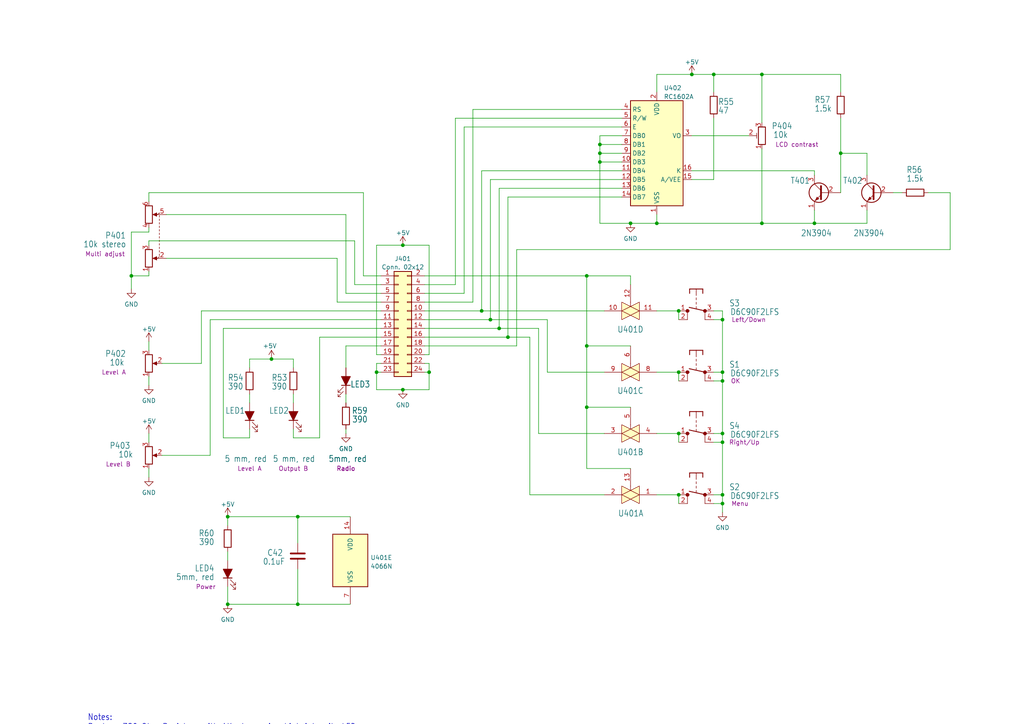
<source format=kicad_sch>
(kicad_sch (version 20211123) (generator eeschema)
  (paper "A4")
  (title_block (title "Display board") (date "2022-07-30"))
  (lib_symbols
    (symbol "4xxx:4066" (pin_names (offset 1.016))
      (property "Reference" "U" (at -7.62 8.89 0))
      (property "Value" "4066" (at -7.62 -8.89 0))
      (symbol "4066_1_0"
        (polyline (pts (xy 0 1.27) (xy 0 2.54)) (stroke (width 0.1524)))
        (polyline (pts (xy -2.54 0) (xy 2.54 2.54) (xy 2.54 -2.54) (xy -2.54 0)) (fill (type background)))
        (polyline (pts (xy -2.54 2.54) (xy 2.54 0) (xy -2.54 -2.54) (xy -2.54 2.54)) (fill (type background)))
        (pin passive line (at -7.62 0 0) (length 5.08) (name "~") (number "1"))
        (pin input line (at 0 7.62 270) (length 5.08) (name "~") (number "13"))
        (pin passive line (at 7.62 0 180) (length 5.08) (name "~") (number "2"))
      )
      (symbol "4066_2_0"
        (polyline (pts (xy 0 1.27) (xy 0 2.54)) (stroke (width 0.1524)))
        (polyline (pts (xy -2.54 0) (xy 2.54 2.54) (xy 2.54 -2.54) (xy -2.54 0)) (fill (type background)))
        (polyline (pts (xy -2.54 2.54) (xy 2.54 0) (xy -2.54 -2.54) (xy -2.54 2.54)) (fill (type background)))
        (pin passive line (at 7.62 0 180) (length 5.08) (name "~") (number "3"))
        (pin passive line (at -7.62 0 0) (length 5.08) (name "~") (number "4"))
        (pin input line (at 0 7.62 270) (length 5.08) (name "~") (number "5"))
      )
      (symbol "4066_3_0"
        (polyline (pts (xy 0 1.27) (xy 0 2.54)) (stroke (width 0.1524)))
        (polyline (pts (xy -2.54 0) (xy 2.54 2.54) (xy 2.54 -2.54) (xy -2.54 0)) (fill (type background)))
        (polyline (pts (xy -2.54 2.54) (xy 2.54 0) (xy -2.54 -2.54) (xy -2.54 2.54)) (fill (type background)))
        (pin input line (at 0 7.62 270) (length 5.08) (name "~") (number "6"))
        (pin passive line (at -7.62 0 0) (length 5.08) (name "~") (number "8"))
        (pin passive line (at 7.62 0 180) (length 5.08) (name "~") (number "9"))
      )
      (symbol "4066_4_0"
        (polyline (pts (xy 0 1.27) (xy 0 2.54)) (stroke (width 0.1524)))
        (polyline (pts (xy -2.54 0) (xy 2.54 2.54) (xy 2.54 -2.54) (xy -2.54 0)) (fill (type background)))
        (polyline (pts (xy -2.54 2.54) (xy 2.54 0) (xy -2.54 -2.54) (xy -2.54 2.54)) (fill (type background)))
        (pin passive line (at 7.62 0 180) (length 5.08) (name "~") (number "10"))
        (pin passive line (at -7.62 0 0) (length 5.08) (name "~") (number "11"))
        (pin input line (at 0 7.62 270) (length 5.08) (name "~") (number "12"))
      )
      (symbol "4066_5_0"
        (pin power_in line (at 0 12.7 270) (length 5.08) (name "VDD") (number "14"))
        (pin power_in line (at 0 -12.7 90) (length 5.08) (name "VSS") (number "7"))
      )
      (symbol "4066_5_1"
        (rectangle (start -5.08 7.62) (end 5.08 -7.62) (stroke (width 0.254)) (fill (type background)))
      )
    )
    (symbol "Connector_Generic:Conn_02x12_Odd_Even" (pin_names (offset 1.016) hide)
      (property "Reference" "J" (at 1.27 15.24 0))
      (property "Value" "Conn_02x12_Odd_Even" (at 1.27 -17.78 0))
      (symbol "Conn_02x12_Odd_Even_1_1"
        (rectangle (start -1.27 -15.113) (end 0 -15.367) (stroke (width 0.1524)))
        (rectangle (start -1.27 -12.573) (end 0 -12.827) (stroke (width 0.1524)))
        (rectangle (start -1.27 -10.033) (end 0 -10.287) (stroke (width 0.1524)))
        (rectangle (start -1.27 -7.493) (end 0 -7.747) (stroke (width 0.1524)))
        (rectangle (start -1.27 -4.953) (end 0 -5.207) (stroke (width 0.1524)))
        (rectangle (start -1.27 -2.413) (end 0 -2.667) (stroke (width 0.1524)))
        (rectangle (start -1.27 0.127) (end 0 -0.127) (stroke (width 0.1524)))
        (rectangle (start -1.27 2.667) (end 0 2.413) (stroke (width 0.1524)))
        (rectangle (start -1.27 5.207) (end 0 4.953) (stroke (width 0.1524)))
        (rectangle (start -1.27 7.747) (end 0 7.493) (stroke (width 0.1524)))
        (rectangle (start -1.27 10.287) (end 0 10.033) (stroke (width 0.1524)))
        (rectangle (start -1.27 12.827) (end 0 12.573) (stroke (width 0.1524)))
        (rectangle (start -1.27 13.97) (end 3.81 -16.51) (stroke (width 0.254)) (fill (type background)))
        (rectangle (start 3.81 -15.113) (end 2.54 -15.367) (stroke (width 0.1524)))
        (rectangle (start 3.81 -12.573) (end 2.54 -12.827) (stroke (width 0.1524)))
        (rectangle (start 3.81 -10.033) (end 2.54 -10.287) (stroke (width 0.1524)))
        (rectangle (start 3.81 -7.493) (end 2.54 -7.747) (stroke (width 0.1524)))
        (rectangle (start 3.81 -4.953) (end 2.54 -5.207) (stroke (width 0.1524)))
        (rectangle (start 3.81 -2.413) (end 2.54 -2.667) (stroke (width 0.1524)))
        (rectangle (start 3.81 0.127) (end 2.54 -0.127) (stroke (width 0.1524)))
        (rectangle (start 3.81 2.667) (end 2.54 2.413) (stroke (width 0.1524)))
        (rectangle (start 3.81 5.207) (end 2.54 4.953) (stroke (width 0.1524)))
        (rectangle (start 3.81 7.747) (end 2.54 7.493) (stroke (width 0.1524)))
        (rectangle (start 3.81 10.287) (end 2.54 10.033) (stroke (width 0.1524)))
        (rectangle (start 3.81 12.827) (end 2.54 12.573) (stroke (width 0.1524)))
        (pin passive line (at -5.08 12.7 0) (length 3.81) (name "Pin_1") (number "1"))
        (pin passive line (at 7.62 2.54 180) (length 3.81) (name "Pin_10") (number "10"))
        (pin passive line (at -5.08 0 0) (length 3.81) (name "Pin_11") (number "11"))
        (pin passive line (at 7.62 0 180) (length 3.81) (name "Pin_12") (number "12"))
        (pin passive line (at -5.08 -2.54 0) (length 3.81) (name "Pin_13") (number "13"))
        (pin passive line (at 7.62 -2.54 180) (length 3.81) (name "Pin_14") (number "14"))
        (pin passive line (at -5.08 -5.08 0) (length 3.81) (name "Pin_15") (number "15"))
        (pin passive line (at 7.62 -5.08 180) (length 3.81) (name "Pin_16") (number "16"))
        (pin passive line (at -5.08 -7.62 0) (length 3.81) (name "Pin_17") (number "17"))
        (pin passive line (at 7.62 -7.62 180) (length 3.81) (name "Pin_18") (number "18"))
        (pin passive line (at -5.08 -10.16 0) (length 3.81) (name "Pin_19") (number "19"))
        (pin passive line (at 7.62 12.7 180) (length 3.81) (name "Pin_2") (number "2"))
        (pin passive line (at 7.62 -10.16 180) (length 3.81) (name "Pin_20") (number "20"))
        (pin passive line (at -5.08 -12.7 0) (length 3.81) (name "Pin_21") (number "21"))
        (pin passive line (at 7.62 -12.7 180) (length 3.81) (name "Pin_22") (number "22"))
        (pin passive line (at -5.08 -15.24 0) (length 3.81) (name "Pin_23") (number "23"))
        (pin passive line (at 7.62 -15.24 180) (length 3.81) (name "Pin_24") (number "24"))
        (pin passive line (at -5.08 10.16 0) (length 3.81) (name "Pin_3") (number "3"))
        (pin passive line (at 7.62 10.16 180) (length 3.81) (name "Pin_4") (number "4"))
        (pin passive line (at -5.08 7.62 0) (length 3.81) (name "Pin_5") (number "5"))
        (pin passive line (at 7.62 7.62 180) (length 3.81) (name "Pin_6") (number "6"))
        (pin passive line (at -5.08 5.08 0) (length 3.81) (name "Pin_7") (number "7"))
        (pin passive line (at 7.62 5.08 180) (length 3.81) (name "Pin_8") (number "8"))
        (pin passive line (at -5.08 2.54 0) (length 3.81) (name "Pin_9") (number "9"))
      )
    )
    (symbol "Device:C" (pin_numbers hide) (pin_names (offset 0.254))
      (property "Reference" "C" (at 0.635 2.54 0))
      (property "Value" "C" (at 0.635 -2.54 0))
      (symbol "C_0_1"
        (polyline (pts (xy -2.032 -0.762) (xy 2.032 -0.762)) (stroke (width 0.508)))
        (polyline (pts (xy -2.032 0.762) (xy 2.032 0.762)) (stroke (width 0.508)))
      )
      (symbol "C_1_1"
        (pin passive line (at 0 3.81 270) (length 2.794) (name "~") (number "1"))
        (pin passive line (at 0 -3.81 90) (length 2.794) (name "~") (number "2"))
      )
    )
    (symbol "Device:LED_Filled" (pin_numbers hide) (pin_names (offset 1.016) hide)
      (property "Reference" "D" (at 0 2.54 0))
      (property "Value" "LED_Filled" (at 0 -2.54 0))
      (symbol "LED_Filled_0_1"
        (polyline (pts (xy -1.27 -1.27) (xy -1.27 1.27)) (stroke (width 0.254)))
        (polyline (pts (xy -1.27 0) (xy 1.27 0)))
        (polyline (pts (xy 1.27 -1.27) (xy 1.27 1.27) (xy -1.27 0) (xy 1.27 -1.27)) (stroke (width 0.254)) (fill (type outline)))
        (polyline (pts (xy -3.048 -0.762) (xy -4.572 -2.286) (xy -3.81 -2.286) (xy -4.572 -2.286) (xy -4.572 -1.524)))
        (polyline (pts (xy -1.778 -0.762) (xy -3.302 -2.286) (xy -2.54 -2.286) (xy -3.302 -2.286) (xy -3.302 -1.524)))
      )
      (symbol "LED_Filled_1_1"
        (pin passive line (at -3.81 0 0) (length 2.54) (name "K") (number "1"))
        (pin passive line (at 3.81 0 180) (length 2.54) (name "A") (number "2"))
      )
    )
    (symbol "Device:R" (pin_numbers hide) (pin_names (offset 0))
      (property "Reference" "R" (at 2.032 0 90))
      (property "Value" "R" (at 0 0 90))
      (symbol "R_0_1"
        (rectangle (start -1.016 -2.54) (end 1.016 2.54) (stroke (width 0.254)))
      )
      (symbol "R_1_1"
        (pin passive line (at 0 3.81 270) (length 1.27) (name "~") (number "1"))
        (pin passive line (at 0 -3.81 90) (length 1.27) (name "~") (number "2"))
      )
    )
    (symbol "Device:R_Potentiometer" (pin_names (offset 1.016) hide)
      (property "Reference" "RV" (at -4.445 0 90))
      (property "Value" "R_Potentiometer" (at -2.54 0 90))
      (symbol "R_Potentiometer_0_1"
        (polyline (pts (xy 2.54 0) (xy 1.524 0)))
        (polyline (pts (xy 1.143 0) (xy 2.286 0.508) (xy 2.286 -0.508) (xy 1.143 0)) (fill (type outline)))
        (rectangle (start 1.016 2.54) (end -1.016 -2.54) (stroke (width 0.254)))
      )
      (symbol "R_Potentiometer_1_1"
        (pin passive line (at 0 3.81 270) (length 1.27) (name "1") (number "1"))
        (pin passive line (at 3.81 0 180) (length 1.27) (name "2") (number "2"))
        (pin passive line (at 0 -3.81 90) (length 1.27) (name "3") (number "3"))
      )
    )
    (symbol "Device:R_Potentiometer_Dual" (pin_names (offset 1.016) hide)
      (property "Reference" "RV" (at 0 3.81 0))
      (property "Value" "R_Potentiometer_Dual" (at 0 1.905 0))
      (symbol "R_Potentiometer_Dual_0_1"
        (rectangle (start -8.89 -1.524) (end -3.81 -3.556) (stroke (width 0.254)))
        (polyline (pts (xy -6.35 0) (xy -6.35 -1.016)))
        (polyline (pts (xy -6.35 0) (xy -6.35 -1.016)))
        (polyline (pts (xy -6.35 0) (xy -5.842 0.508)))
        (polyline (pts (xy -5.588 0.508) (xy -5.08 0.508)))
        (polyline (pts (xy -4.572 0.508) (xy -4.064 0.508)))
        (polyline (pts (xy -3.556 0.508) (xy -3.048 0.508)))
        (polyline (pts (xy -2.54 0.508) (xy -2.032 0.508)))
        (polyline (pts (xy -1.524 0.508) (xy -1.016 0.508)))
        (polyline (pts (xy -0.508 0.508) (xy 0 0.508)))
        (polyline (pts (xy 0.508 0.508) (xy 1.016 0.508)))
        (polyline (pts (xy 1.524 0.508) (xy 2.032 0.508)))
        (polyline (pts (xy 2.54 0.508) (xy 3.048 0.508)))
        (polyline (pts (xy 3.556 0.508) (xy 4.064 0.508)))
        (polyline (pts (xy 4.572 0.508) (xy 5.08 0.508)))
        (polyline (pts (xy 5.588 0.508) (xy 6.096 0.508)))
        (polyline (pts (xy 6.35 0) (xy 6.35 -1.016)))
        (polyline (pts (xy 6.35 0) (xy 6.35 -1.016)))
        (polyline (pts (xy 6.604 0.508) (xy 6.858 0.508) (xy 6.35 0)))
        (polyline (pts (xy -6.35 -1.397) (xy -6.858 -0.254) (xy -5.842 -0.254) (xy -6.35 -1.397)) (fill (type outline)))
        (polyline (pts (xy 6.35 -1.397) (xy 5.842 -0.254) (xy 6.858 -0.254) (xy 6.35 -1.397)) (fill (type outline)))
        (rectangle (start 3.81 -1.524) (end 8.89 -3.556) (stroke (width 0.254)))
      )
      (symbol "R_Potentiometer_Dual_1_1"
        (pin passive line (at -10.16 -2.54 0) (length 1.27) (name "1") (number "1"))
        (pin passive line (at -6.35 2.54 270) (length 2.54) (name "2") (number "2"))
        (pin passive line (at -2.54 -2.54 180) (length 1.27) (name "3") (number "3"))
        (pin passive line (at 2.54 -2.54 0) (length 1.27) (name "4") (number "4"))
        (pin passive line (at 6.35 2.54 270) (length 2.54) (name "5") (number "5"))
        (pin passive line (at 10.16 -2.54 180) (length 1.27) (name "6") (number "6"))
      )
    )
    (symbol "Device:R_Potentiometer_Trim" (pin_names (offset 1.016) hide)
      (property "Reference" "RV" (at -4.445 0 90))
      (property "Value" "R_Potentiometer_Trim" (at -2.54 0 90))
      (symbol "R_Potentiometer_Trim_0_1"
        (polyline (pts (xy 1.524 0.762) (xy 1.524 -0.762)))
        (polyline (pts (xy 2.54 0) (xy 1.524 0)))
        (rectangle (start 1.016 2.54) (end -1.016 -2.54) (stroke (width 0.254)))
      )
      (symbol "R_Potentiometer_Trim_1_1"
        (pin passive line (at 0 3.81 270) (length 1.27) (name "1") (number "1"))
        (pin passive line (at 3.81 0 180) (length 1.27) (name "2") (number "2"))
        (pin passive line (at 0 -3.81 90) (length 1.27) (name "3") (number "3"))
      )
    )
    (symbol "Display_Character:RC1602A"
      (property "Reference" "U" (at -6.35 16.51 0))
      (property "Value" "RC1602A" (at 2.794 16.51 0))
      (symbol "RC1602A_0_1"
        (rectangle (start -7.62 15.24) (end 7.62 -15.24) (stroke (width 0.254)) (fill (type background)))
      )
      (symbol "RC1602A_1_1"
        (pin power_in line (at 0 -17.78 90) (length 2.54) (name "VSS") (number "1"))
        (pin bidirectional line (at -10.16 -2.54 0) (length 2.54) (name "DB3") (number "10"))
        (pin bidirectional line (at -10.16 -5.08 0) (length 2.54) (name "DB4") (number "11"))
        (pin bidirectional line (at -10.16 -7.62 0) (length 2.54) (name "DB5") (number "12"))
        (pin bidirectional line (at -10.16 -10.16 0) (length 2.54) (name "DB6") (number "13"))
        (pin bidirectional line (at -10.16 -12.7 0) (length 2.54) (name "DB7") (number "14"))
        (pin power_in line (at 10.16 -7.62 180) (length 2.54) (name "A/VEE") (number "15"))
        (pin power_in line (at 10.16 -5.08 180) (length 2.54) (name "K") (number "16"))
        (pin power_in line (at 0 17.78 270) (length 2.54) (name "VDD") (number "2"))
        (pin power_in line (at 10.16 5.08 180) (length 2.54) (name "VO") (number "3"))
        (pin input line (at -10.16 12.7 0) (length 2.54) (name "RS") (number "4"))
        (pin input line (at -10.16 10.16 0) (length 2.54) (name "R/W") (number "5"))
        (pin input line (at -10.16 7.62 0) (length 2.54) (name "E") (number "6"))
        (pin bidirectional line (at -10.16 5.08 0) (length 2.54) (name "DB0") (number "7"))
        (pin bidirectional line (at -10.16 2.54 0) (length 2.54) (name "DB1") (number "8"))
        (pin bidirectional line (at -10.16 0 0) (length 2.54) (name "DB2") (number "9"))
      )
    )
    (symbol "Transistor_BJT:2N3904" (pin_names (offset 0) hide)
      (property "Reference" "Q" (at 5.08 1.905 0))
      (property "Value" "2N3904" (at 5.08 0 0))
      (symbol "2N3904_0_1"
        (polyline (pts (xy 0.635 0.635) (xy 2.54 2.54)))
        (polyline (pts (xy 0.635 -0.635) (xy 2.54 -2.54) (xy 2.54 -2.54)))
        (polyline (pts (xy 0.635 1.905) (xy 0.635 -1.905) (xy 0.635 -1.905)) (stroke (width 0.508)))
        (polyline (pts (xy 1.27 -1.778) (xy 1.778 -1.27) (xy 2.286 -2.286) (xy 1.27 -1.778) (xy 1.27 -1.778)) (fill (type outline)))
        (circle (center 1.27 0) (radius 2.8194) (stroke (width 0.254)))
      )
      (symbol "2N3904_1_1"
        (pin passive line (at 2.54 -5.08 90) (length 2.54) (name "E") (number "1"))
        (pin passive line (at -5.08 0 0) (length 5.715) (name "B") (number "2"))
        (pin passive line (at 2.54 5.08 270) (length 2.54) (name "C") (number "3"))
      )
    )
    (symbol "mk312-eagle-import:DTE6K"
      (property "Reference" "S" (at -6.985 -1.905 90))
      (property "Value" "DTE6K" (at -4.445 2.54 90))
      (symbol "DTE6K_1_0"
        (circle (center 0 -2.54) (radius 0.127) (stroke (width 0.4064)))
        (polyline (pts (xy -6.35 -1.905) (xy -5.08 -1.905)) (stroke (width 0.254)))
        (polyline (pts (xy -6.35 0) (xy -6.35 -1.905)) (stroke (width 0.254)))
        (polyline (pts (xy -6.35 0) (xy -4.445 0)) (stroke (width 0.1524)))
        (polyline (pts (xy -6.35 1.905) (xy -6.35 0)) (stroke (width 0.254)))
        (polyline (pts (xy -6.35 1.905) (xy -5.08 1.905)) (stroke (width 0.254)))
        (polyline (pts (xy -3.81 0) (xy -3.175 0)) (stroke (width 0.1524)))
        (polyline (pts (xy -2.54 0) (xy -1.905 0)) (stroke (width 0.1524)))
        (polyline (pts (xy -1.27 0) (xy -0.635 0)) (stroke (width 0.1524)))
        (polyline (pts (xy 0 -2.54) (xy -1.016 2.032)) (stroke (width 0.254)))
        (polyline (pts (xy 0 2.032) (xy 0 2.54)) (stroke (width 0.254)))
        (polyline (pts (xy 2.54 -2.54) (xy 0 -2.54)) (stroke (width 0.1524)))
        (polyline (pts (xy 2.54 2.54) (xy 0 2.54)) (stroke (width 0.1524)))
        (circle (center 0 2.54) (radius 0.127) (stroke (width 0.4064)))
        (pin passive line (at 0 5.08 270) (length 2.54) (name "S") (number "1"))
        (pin passive line (at 2.54 5.08 270) (length 2.54) (name "S@1") (number "2"))
        (pin passive line (at 0 -5.08 90) (length 2.54) (name "P") (number "3"))
        (pin passive line (at 2.54 -5.08 90) (length 2.54) (name "P@1") (number "4"))
      )
    )
    (symbol "power:+5V" (power) (pin_names (offset 0))
      (property "Value" "+5V" (at 0 3.556 0))
      (symbol "+5V_0_1"
        (polyline (pts (xy -0.762 1.27) (xy 0 2.54)))
        (polyline (pts (xy 0 0) (xy 0 2.54)))
        (polyline (pts (xy 0 2.54) (xy 0.762 1.27)))
      )
      (symbol "+5V_1_1"
        (pin power_in line (at 0 0 90) (length 0) hide (name "+5V") (number "1"))
      )
    )
    (symbol "power:GND" (power) (pin_names (offset 0))
      (property "Value" "GND" (at 0 -3.81 0))
      (symbol "GND_0_1"
        (polyline (pts (xy 0 0) (xy 0 -1.27) (xy 1.27 -1.27) (xy 0 -2.54) (xy -1.27 -1.27) (xy 0 -1.27)))
      )
      (symbol "GND_1_1"
        (pin power_in line (at 0 0 270) (length 0) hide (name "GND") (number "1"))
      )
    )
  )
  (junction (at 196.85 143.51))
  (junction (at 86.36 175.26))
  (junction (at 196.85 107.95))
  (junction (at 173.99 44.45))
  (junction (at 116.84 113.03))
  (junction (at 139.7 90.17))
  (junction (at 116.84 71.12))
  (junction (at 170.18 100.33))
  (junction (at 220.98 64.77))
  (junction (at 78.74 104.14))
  (junction (at 236.22 64.77))
  (junction (at 209.55 125.73))
  (junction (at 220.98 21.59))
  (junction (at 86.36 149.86))
  (junction (at 200.66 21.59))
  (junction (at 209.55 107.95))
  (junction (at 243.84 44.45))
  (junction (at 209.55 110.49))
  (junction (at 170.18 80.01))
  (junction (at 38.1 80.01))
  (junction (at 209.55 92.71))
  (junction (at 209.55 146.05))
  (junction (at 173.99 46.99))
  (junction (at 170.18 118.11))
  (junction (at 173.99 41.91))
  (junction (at 196.85 90.17))
  (junction (at 142.24 92.71))
  (junction (at 124.46 107.95))
  (junction (at 196.85 125.73))
  (junction (at 66.04 175.26))
  (junction (at 207.01 21.59))
  (junction (at 144.78 95.25))
  (junction (at 190.5 64.77))
  (junction (at 209.55 128.27))
  (junction (at 66.04 149.86))
  (junction (at 182.88 64.77))
  (junction (at 209.55 143.51))
  (junction (at 109.22 107.95))
  (junction (at 147.32 97.79))
  (wire (pts (xy 102.87 82.55) (xy 110.49 82.55)))
  (wire (pts (xy 110.49 80.01) (xy 105.41 80.01)))
  (wire (pts (xy 144.78 95.25) (xy 156.21 95.25)))
  (wire (pts (xy 64.77 95.25) (xy 110.49 95.25)))
  (wire (pts (xy 86.36 149.86) (xy 86.36 157.48)))
  (wire (pts (xy 48.26 74.93) (xy 97.79 74.93)))
  (wire (pts (xy 220.98 43.18) (xy 220.98 64.77)))
  (wire (pts (xy 100.33 106.68) (xy 100.33 100.33)))
  (wire (pts (xy 147.32 57.15) (xy 180.34 57.15)))
  (wire (pts (xy 243.84 44.45) (xy 243.84 55.88)))
  (wire (pts (xy 209.55 143.51) (xy 209.55 146.05)))
  (wire (pts (xy 110.49 92.71) (xy 60.96 92.71)))
  (wire (pts (xy 182.88 80.01) (xy 182.88 82.55)))
  (wire (pts (xy 110.49 87.63) (xy 97.79 87.63)))
  (wire (pts (xy 207.01 125.73) (xy 209.55 125.73)))
  (wire (pts (xy 190.5 21.59) (xy 190.5 26.67)))
  (wire (pts (xy 72.39 114.3) (xy 72.39 116.84)))
  (wire (pts (xy 38.1 67.31) (xy 38.1 80.01)))
  (wire (pts (xy 190.5 64.77) (xy 182.88 64.77)))
  (wire (pts (xy 132.08 34.29) (xy 132.08 82.55)))
  (wire (pts (xy 209.55 110.49) (xy 209.55 125.73)))
  (wire (pts (xy 207.01 146.05) (xy 209.55 146.05)))
  (wire (pts (xy 147.32 97.79) (xy 153.67 97.79)))
  (wire (pts (xy 173.99 39.37) (xy 173.99 41.91)))
  (wire (pts (xy 105.41 80.01) (xy 105.41 55.88)))
  (wire (pts (xy 259.08 55.88) (xy 261.62 55.88)))
  (wire (pts (xy 132.08 34.29) (xy 180.34 34.29)))
  (wire (pts (xy 207.01 92.71) (xy 209.55 92.71)))
  (wire (pts (xy 66.04 160.02) (xy 66.04 162.56)))
  (wire (pts (xy 156.21 95.25) (xy 156.21 125.73)))
  (wire (pts (xy 236.22 49.53) (xy 236.22 50.8)))
  (wire (pts (xy 85.09 114.3) (xy 85.09 116.84)))
  (wire (pts (xy 72.39 104.14) (xy 78.74 104.14)))
  (wire (pts (xy 109.22 107.95) (xy 110.49 107.95)))
  (wire (pts (xy 123.19 80.01) (xy 170.18 80.01)))
  (wire (pts (xy 147.32 97.79) (xy 147.32 57.15)))
  (wire (pts (xy 109.22 102.87) (xy 110.49 102.87)))
  (wire (pts (xy 124.46 105.41) (xy 123.19 105.41)))
  (wire (pts (xy 142.24 52.07) (xy 180.34 52.07)))
  (wire (pts (xy 149.86 72.39) (xy 275.59 72.39)))
  (wire (pts (xy 86.36 165.1) (xy 86.36 175.26)))
  (wire (pts (xy 190.5 107.95) (xy 196.85 107.95)))
  (wire (pts (xy 60.96 132.08) (xy 46.99 132.08)))
  (wire (pts (xy 123.19 92.71) (xy 142.24 92.71)))
  (wire (pts (xy 209.55 125.73) (xy 209.55 128.27)))
  (wire (pts (xy 170.18 100.33) (xy 170.18 118.11)))
  (wire (pts (xy 207.01 90.17) (xy 209.55 90.17)))
  (wire (pts (xy 173.99 46.99) (xy 173.99 64.77)))
  (wire (pts (xy 100.33 124.46) (xy 100.33 125.73)))
  (wire (pts (xy 43.18 109.22) (xy 43.18 111.76)))
  (wire (pts (xy 134.62 85.09) (xy 134.62 36.83)))
  (wire (pts (xy 207.01 21.59) (xy 220.98 21.59)))
  (wire (pts (xy 190.5 21.59) (xy 200.66 21.59)))
  (wire (pts (xy 86.36 175.26) (xy 101.6 175.26)))
  (wire (pts (xy 72.39 106.68) (xy 72.39 104.14)))
  (wire (pts (xy 43.18 55.88) (xy 43.18 58.42)))
  (wire (pts (xy 43.18 78.74) (xy 43.18 80.01)))
  (wire (pts (xy 175.26 143.51) (xy 153.67 143.51)))
  (wire (pts (xy 48.26 62.23) (xy 100.33 62.23)))
  (wire (pts (xy 207.01 107.95) (xy 209.55 107.95)))
  (wire (pts (xy 209.55 128.27) (xy 209.55 143.51)))
  (wire (pts (xy 72.39 127) (xy 72.39 124.46)))
  (wire (pts (xy 66.04 149.86) (xy 66.04 152.4)))
  (wire (pts (xy 190.5 90.17) (xy 196.85 90.17)))
  (wire (pts (xy 207.01 52.07) (xy 207.01 34.29)))
  (wire (pts (xy 207.01 110.49) (xy 209.55 110.49)))
  (wire (pts (xy 43.18 125.73) (xy 43.18 128.27)))
  (wire (pts (xy 123.19 102.87) (xy 124.46 102.87)))
  (wire (pts (xy 190.5 143.51) (xy 196.85 143.51)))
  (wire (pts (xy 137.16 31.75) (xy 180.34 31.75)))
  (wire (pts (xy 123.19 95.25) (xy 144.78 95.25)))
  (wire (pts (xy 170.18 135.89) (xy 182.88 135.89)))
  (wire (pts (xy 220.98 64.77) (xy 190.5 64.77)))
  (wire (pts (xy 149.86 100.33) (xy 149.86 72.39)))
  (wire (pts (xy 153.67 97.79) (xy 153.67 143.51)))
  (wire (pts (xy 85.09 124.46) (xy 85.09 127)))
  (wire (pts (xy 173.99 41.91) (xy 180.34 41.91)))
  (wire (pts (xy 207.01 128.27) (xy 209.55 128.27)))
  (wire (pts (xy 85.09 104.14) (xy 85.09 106.68)))
  (wire (pts (xy 92.71 97.79) (xy 110.49 97.79)))
  (wire (pts (xy 173.99 44.45) (xy 173.99 46.99)))
  (wire (pts (xy 196.85 90.17) (xy 196.85 92.71)))
  (wire (pts (xy 180.34 39.37) (xy 173.99 39.37)))
  (wire (pts (xy 196.85 143.51) (xy 196.85 146.05)))
  (wire (pts (xy 102.87 69.85) (xy 102.87 82.55)))
  (wire (pts (xy 43.18 69.85) (xy 102.87 69.85)))
  (wire (pts (xy 220.98 21.59) (xy 220.98 35.56)))
  (wire (pts (xy 207.01 143.51) (xy 209.55 143.51)))
  (wire (pts (xy 38.1 80.01) (xy 38.1 83.82)))
  (wire (pts (xy 64.77 127) (xy 72.39 127)))
  (wire (pts (xy 236.22 64.77) (xy 251.46 64.77)))
  (wire (pts (xy 116.84 71.12) (xy 109.22 71.12)))
  (wire (pts (xy 182.88 64.77) (xy 173.99 64.77)))
  (wire (pts (xy 92.71 127) (xy 85.09 127)))
  (wire (pts (xy 123.19 97.79) (xy 147.32 97.79)))
  (wire (pts (xy 100.33 100.33) (xy 110.49 100.33)))
  (wire (pts (xy 196.85 107.95) (xy 196.85 110.49)))
  (wire (pts (xy 139.7 90.17) (xy 139.7 49.53)))
  (wire (pts (xy 209.55 92.71) (xy 209.55 107.95)))
  (wire (pts (xy 43.18 71.12) (xy 43.18 69.85)))
  (wire (pts (xy 46.99 105.41) (xy 58.42 105.41)))
  (wire (pts (xy 175.26 107.95) (xy 158.75 107.95)))
  (wire (pts (xy 190.5 62.23) (xy 190.5 64.77)))
  (wire (pts (xy 209.55 146.05) (xy 209.55 148.59)))
  (wire (pts (xy 251.46 44.45) (xy 251.46 50.8)))
  (wire (pts (xy 220.98 21.59) (xy 243.84 21.59)))
  (wire (pts (xy 173.99 46.99) (xy 180.34 46.99)))
  (wire (pts (xy 66.04 175.26) (xy 86.36 175.26)))
  (wire (pts (xy 269.24 55.88) (xy 275.59 55.88)))
  (wire (pts (xy 124.46 102.87) (xy 124.46 71.12)))
  (wire (pts (xy 97.79 87.63) (xy 97.79 74.93)))
  (wire (pts (xy 86.36 149.86) (xy 101.6 149.86)))
  (wire (pts (xy 109.22 107.95) (xy 109.22 113.03)))
  (wire (pts (xy 123.19 85.09) (xy 134.62 85.09)))
  (wire (pts (xy 200.66 39.37) (xy 217.17 39.37)))
  (wire (pts (xy 110.49 90.17) (xy 58.42 90.17)))
  (wire (pts (xy 124.46 71.12) (xy 116.84 71.12)))
  (wire (pts (xy 100.33 85.09) (xy 100.33 62.23)))
  (wire (pts (xy 207.01 26.67) (xy 207.01 21.59)))
  (wire (pts (xy 173.99 44.45) (xy 180.34 44.45)))
  (wire (pts (xy 38.1 67.31) (xy 43.18 67.31)))
  (wire (pts (xy 200.66 21.59) (xy 207.01 21.59)))
  (wire (pts (xy 275.59 72.39) (xy 275.59 55.88)))
  (wire (pts (xy 109.22 71.12) (xy 109.22 102.87)))
  (wire (pts (xy 200.66 52.07) (xy 207.01 52.07)))
  (wire (pts (xy 175.26 125.73) (xy 156.21 125.73)))
  (wire (pts (xy 137.16 87.63) (xy 137.16 31.75)))
  (wire (pts (xy 110.49 85.09) (xy 100.33 85.09)))
  (wire (pts (xy 116.84 113.03) (xy 124.46 113.03)))
  (wire (pts (xy 64.77 95.25) (xy 64.77 127)))
  (wire (pts (xy 200.66 49.53) (xy 236.22 49.53)))
  (wire (pts (xy 43.18 99.06) (xy 43.18 101.6)))
  (wire (pts (xy 139.7 49.53) (xy 180.34 49.53)))
  (wire (pts (xy 236.22 60.96) (xy 236.22 64.77)))
  (wire (pts (xy 110.49 105.41) (xy 109.22 105.41)))
  (wire (pts (xy 123.19 87.63) (xy 137.16 87.63)))
  (wire (pts (xy 43.18 67.31) (xy 43.18 66.04)))
  (wire (pts (xy 196.85 125.73) (xy 196.85 128.27)))
  (wire (pts (xy 139.7 90.17) (xy 175.26 90.17)))
  (wire (pts (xy 109.22 105.41) (xy 109.22 107.95)))
  (wire (pts (xy 123.19 100.33) (xy 149.86 100.33)))
  (wire (pts (xy 182.88 100.33) (xy 170.18 100.33)))
  (wire (pts (xy 170.18 118.11) (xy 182.88 118.11)))
  (wire (pts (xy 243.84 34.29) (xy 243.84 44.45)))
  (wire (pts (xy 124.46 107.95) (xy 124.46 105.41)))
  (wire (pts (xy 66.04 170.18) (xy 66.04 175.26)))
  (wire (pts (xy 173.99 41.91) (xy 173.99 44.45)))
  (wire (pts (xy 134.62 36.83) (xy 180.34 36.83)))
  (wire (pts (xy 109.22 113.03) (xy 116.84 113.03)))
  (wire (pts (xy 243.84 44.45) (xy 251.46 44.45)))
  (wire (pts (xy 60.96 92.71) (xy 60.96 132.08)))
  (wire (pts (xy 158.75 107.95) (xy 158.75 92.71)))
  (wire (pts (xy 124.46 113.03) (xy 124.46 107.95)))
  (wire (pts (xy 43.18 55.88) (xy 105.41 55.88)))
  (wire (pts (xy 142.24 92.71) (xy 158.75 92.71)))
  (wire (pts (xy 251.46 64.77) (xy 251.46 60.96)))
  (wire (pts (xy 190.5 125.73) (xy 196.85 125.73)))
  (wire (pts (xy 142.24 92.71) (xy 142.24 52.07)))
  (wire (pts (xy 209.55 107.95) (xy 209.55 110.49)))
  (wire (pts (xy 170.18 118.11) (xy 170.18 135.89)))
  (wire (pts (xy 92.71 97.79) (xy 92.71 127)))
  (wire (pts (xy 144.78 54.61) (xy 144.78 95.25)))
  (wire (pts (xy 43.18 135.89) (xy 43.18 138.43)))
  (wire (pts (xy 66.04 149.86) (xy 86.36 149.86)))
  (wire (pts (xy 209.55 90.17) (xy 209.55 92.71)))
  (wire (pts (xy 123.19 90.17) (xy 139.7 90.17)))
  (wire (pts (xy 243.84 26.67) (xy 243.84 21.59)))
  (wire (pts (xy 43.18 80.01) (xy 38.1 80.01)))
  (wire (pts (xy 123.19 82.55) (xy 132.08 82.55)))
  (wire (pts (xy 180.34 54.61) (xy 144.78 54.61)))
  (wire (pts (xy 58.42 90.17) (xy 58.42 105.41)))
  (wire (pts (xy 170.18 80.01) (xy 170.18 100.33)))
  (wire (pts (xy 170.18 80.01) (xy 182.88 80.01)))
  (wire (pts (xy 220.98 64.77) (xy 236.22 64.77)))
  (wire (pts (xy 100.33 114.3) (xy 100.33 116.84)))
  (wire (pts (xy 123.19 107.95) (xy 124.46 107.95)))
  (wire (pts (xy 78.74 104.14) (xy 85.09 104.14)))
  (text "Notes:\nReplace 390 Ohm Resistors with 1K when using high intensity LEDs\nAll potentiometers are 10K\nMulti-Adjust potentiometer is dual gang\nPopulate solder side components on display panel before component side\nFront panel mounting screws are M2.5 x 20mm" (at 25.4 223.52 0) (effects (font (size 1.778 1.5113)) (justify left bottom)))
  (symbol (lib_id "power:GND") (at 116.84 113.03 0) (mirror y) (unit 1)
    (property "Reference" "#PWR0104" (effects hide))
    (property "Value" "GND" (at 116.84 117.4734 0))
  )
  (symbol (lib_id "Device:LED_Filled") (at 85.09 120.65 90) (unit 1)
    (property "Reference" "LED2" (at 83.82 118.11 90) (effects (font (size 1.778 1.5113)) (justify left bottom)))
    (property "Value" "5 mm, red" (at 91.44 132.08 90) (effects (font (size 1.778 1.5113)) (justify left bottom)))
    (property "Footprint" "LED_THT:LED_D5.0mm" (effects hide))
    (property "Function" "Output B" (at 85.09 135.89 90))
  )
  (symbol (lib_id "mk312-eagle-import:DTE6K") (at 201.93 90.17 90) (mirror x) (unit 1)
    (property "Reference" "S3" (at 214.63 88.9 90) (effects (font (size 1.778 1.5113)) (justify left bottom)))
    (property "Value" "D6C90F2LFS" (at 226.06 91.44 90) (effects (font (size 1.778 1.5113)) (justify left bottom)))
    (property "Footprint" "mk312:DTE6K" (effects hide))
    (property "Function" "Left/Down" (at 217.17 92.71 90))
  )
  (symbol (lib_id "Device:LED_Filled") (at 100.33 110.49 270) (mirror x) (unit 1)
    (property "Reference" "LED3" (at 101.6 110.49 90) (effects (font (size 1.778 1.5113)) (justify left bottom)))
    (property "Value" "5mm, red" (at 95.25 132.08 90) (effects (font (size 1.778 1.5113)) (justify left bottom)))
    (property "Footprint" "LED_THT:LED_D5.0mm" (effects hide))
    (property "Function" "Radio" (at 100.33 135.89 90))
  )
  (symbol (lib_id "power:+5V") (at 66.04 149.86 0) (unit 1)
    (property "Reference" "#PWR0108" (effects hide))
    (property "Value" "+5V" (at 66.04 146.2842 0))
  )
  (symbol (lib_id "4xxx:4066") (at 182.88 125.73 0) (mirror y) (unit 2)
    (property "Reference" "U401" (at 186.69 132.08 0) (effects (font (size 1.778 1.5113)) (justify left bottom)))
    (property "Value" "4066N" (effects hide))
    (property "Footprint" "Package_DIP:DIP-14_W7.62mm" (effects hide))
    (property "Datasheet" "http://www.ti.com/lit/ds/symlink/cd4066b.pdf" (effects hide))
  )
  (symbol (lib_id "Device:R") (at 243.84 30.48 0) (mirror x) (unit 1)
    (property "Reference" "R57" (at 236.22 27.94 0) (effects (font (size 1.778 1.5113)) (justify left bottom)))
    (property "Value" "1.5k" (at 236.22 30.48 0) (effects (font (size 1.778 1.5113)) (justify left bottom)))
    (property "Footprint" "Resistor_THT:R_Axial_DIN0207_L6.3mm_D2.5mm_P10.16mm_Horizontal" (effects hide))
  )
  (symbol (lib_id "power:+5V") (at 200.66 21.59 0) (unit 1)
    (property "Reference" "#PWR0111" (effects hide))
    (property "Value" "+5V" (at 200.66 18.0142 0))
  )
  (symbol (lib_id "Device:R_Potentiometer") (at 43.18 105.41 0) (mirror x) (unit 1)
    (property "Reference" "P402" (at 30.48 101.6 0) (effects (font (size 1.778 1.5113)) (justify left bottom)))
    (property "Value" "10k" (at 31.75 104.14 0) (effects (font (size 1.778 1.5113)) (justify left bottom)))
    (property "Footprint" "Potentiometer_THT:Potentiometer_Alps_RK09L_Single_Vertical" (effects hide))
    (property "Function" "Level A" (at 33.02 107.95 0))
  )
  (symbol (lib_id "Device:R") (at 72.39 110.49 0) (unit 1)
    (property "Reference" "R54" (at 66.04 110.49 0) (effects (font (size 1.778 1.5113)) (justify left bottom)))
    (property "Value" "390" (at 66.04 113.03 0) (effects (font (size 1.778 1.5113)) (justify left bottom)))
    (property "Footprint" "Resistor_THT:R_Axial_DIN0207_L6.3mm_D2.5mm_P10.16mm_Horizontal" (effects hide))
  )
  (symbol (lib_id "power:GND") (at 100.33 125.73 0) (mirror y) (unit 1)
    (property "Reference" "#PWR0106" (effects hide))
    (property "Value" "GND" (at 100.33 130.1734 0))
  )
  (symbol (lib_id "power:GND") (at 66.04 175.26 0) (mirror y) (unit 1)
    (property "Reference" "#PWR0109" (effects hide))
    (property "Value" "GND" (at 66.04 179.7034 0))
  )
  (symbol (lib_id "power:+5V") (at 78.74 104.14 0) (unit 1)
    (property "Reference" "#PWR0107" (effects hide))
    (property "Value" "+5V" (at 76.2 100.33 0) (effects (justify left)))
  )
  (symbol (lib_id "Device:R_Potentiometer_Trim") (at 220.98 39.37 180) (unit 1)
    (property "Reference" "P404" (at 229.87 35.56 0) (effects (font (size 1.778 1.5113)) (justify left bottom)))
    (property "Value" "10k" (at 228.6 38.1 0) (effects (font (size 1.778 1.5113)) (justify left bottom)))
    (property "Footprint" "mk312:B25P" (effects hide))
    (property "Function" "LCD contrast" (at 231.14 41.91 0))
  )
  (symbol (lib_id "power:+5V") (at 43.18 125.73 0) (unit 1)
    (property "Reference" "#PWR0401" (effects hide))
    (property "Value" "+5V" (at 43.18 122.1542 0))
  )
  (symbol (lib_id "Device:LED_Filled") (at 66.04 166.37 90) (unit 1)
    (property "Reference" "LED4" (at 62.23 163.83 90) (effects (font (size 1.778 1.5113)) (justify left bottom)))
    (property "Value" "5mm, red" (at 62.23 166.37 90) (effects (font (size 1.778 1.5113)) (justify left bottom)))
    (property "Footprint" "LED_THT:LED_D5.0mm" (effects hide))
    (property "Function" "Power" (at 59.69 170.18 90))
  )
  (symbol (lib_id "power:GND") (at 182.88 64.77 0) (mirror y) (unit 1)
    (property "Reference" "#PWR0110" (effects hide))
    (property "Value" "GND" (at 182.88 69.2134 0))
  )
  (symbol (lib_id "power:GND") (at 43.18 138.43 0) (mirror y) (unit 1)
    (property "Reference" "#PWR0402" (effects hide))
    (property "Value" "GND" (at 43.18 142.8734 0))
  )
  (symbol (lib_id "4xxx:4066") (at 182.88 90.17 0) (mirror y) (unit 4)
    (property "Reference" "U401" (at 186.69 96.52 0) (effects (font (size 1.778 1.5113)) (justify left bottom)))
    (property "Value" "4066N" (effects hide))
    (property "Footprint" "Package_DIP:DIP-14_W7.62mm" (effects hide))
    (property "Datasheet" "http://www.ti.com/lit/ds/symlink/cd4066b.pdf" (effects hide))
  )
  (symbol (lib_id "Device:R") (at 207.01 30.48 0) (unit 1)
    (property "Reference" "R55" (at 208.28 30.48 0) (effects (font (size 1.778 1.5113)) (justify left bottom)))
    (property "Value" "47" (at 208.28 33.02 0) (effects (font (size 1.778 1.5113)) (justify left bottom)))
    (property "Footprint" "Resistor_THT:R_Axial_DIN0207_L6.3mm_D2.5mm_P10.16mm_Horizontal" (effects hide))
  )
  (symbol (lib_id "Device:R_Potentiometer_Dual") (at 45.72 68.58 270) (mirror x) (unit 1)
    (property "Reference" "P401" (at 30.48 67.31 90) (effects (font (size 1.778 1.5113)) (justify left bottom)))
    (property "Value" "10k stereo" (at 24.13 69.85 90) (effects (font (size 1.778 1.5113)) (justify left bottom)))
    (property "Footprint" "Potentiometer_THT:Potentiometer_Alps_RK09L_Double_Vertical" (effects hide))
    (property "Comment" "ALPS 9mm snap in" (effects hide))
    (property "Function" "Multi adjust" (at 30.48 73.66 90))
  )
  (symbol (lib_id "mk312-eagle-import:DTE6K") (at 201.93 143.51 90) (mirror x) (unit 1)
    (property "Reference" "S2" (at 214.63 142.24 90) (effects (font (size 1.778 1.5113)) (justify left bottom)))
    (property "Value" "D6C90F2LFS" (at 226.06 144.78 90) (effects (font (size 1.778 1.5113)) (justify left bottom)))
    (property "Footprint" "mk312:DTE6K" (effects hide))
    (property "Function" "Menu" (at 214.63 146.05 90))
  )
  (symbol (lib_id "4xxx:4066") (at 182.88 143.51 0) (mirror y) (unit 1)
    (property "Reference" "U401" (at 186.69 149.86 0) (effects (font (size 1.778 1.5113)) (justify left bottom)))
    (property "Value" "4066N" (effects hide))
    (property "Footprint" "Package_DIP:DIP-14_W7.62mm" (effects hide))
    (property "Datasheet" "http://www.ti.com/lit/ds/symlink/cd4066b.pdf" (effects hide))
  )
  (symbol (lib_id "4xxx:4066") (at 101.6 162.56 0) (unit 5)
    (property "Reference" "U401" (at 107.442 161.7253 0) (effects (justify left)))
    (property "Value" "4066N" (at 107.442 164.2622 0) (effects (justify left)))
    (property "Footprint" "Package_DIP:DIP-14_W7.62mm" (effects hide))
    (property "Datasheet" "http://www.ti.com/lit/ds/symlink/cd4066b.pdf" (effects hide))
  )
  (symbol (lib_id "Transistor_BJT:2N3904") (at 254 55.88 0) (mirror y) (unit 1)
    (property "Reference" "T402" (at 250.19 53.34 0) (effects (font (size 1.778 1.5113)) (justify left bottom)))
    (property "Value" "2N3904" (at 256.54 68.58 0) (effects (font (size 1.778 1.5113)) (justify left bottom)))
    (property "Footprint" "Package_TO_SOT_THT:TO-92_Inline" (effects hide))
    (property "Datasheet" "https://www.onsemi.com/pub/Collateral/2N3903-D.PDF" (effects hide))
  )
  (symbol (lib_id "power:+5V") (at 116.84 71.12 0) (unit 1)
    (property "Reference" "#PWR0101" (effects hide))
    (property "Value" "+5V" (at 116.84 67.5442 0))
  )
  (symbol (lib_id "Device:R") (at 85.09 110.49 0) (unit 1)
    (property "Reference" "R53" (at 78.74 110.49 0) (effects (font (size 1.778 1.5113)) (justify left bottom)))
    (property "Value" "390" (at 78.74 113.03 0) (effects (font (size 1.778 1.5113)) (justify left bottom)))
    (property "Footprint" "Resistor_THT:R_Axial_DIN0207_L6.3mm_D2.5mm_P10.16mm_Horizontal" (effects hide))
  )
  (symbol (lib_id "Transistor_BJT:2N3904") (at 238.76 55.88 0) (mirror y) (unit 1)
    (property "Reference" "T401" (at 234.95 53.34 0) (effects (font (size 1.778 1.5113)) (justify left bottom)))
    (property "Value" "2N3904" (at 241.3 68.58 0) (effects (font (size 1.778 1.5113)) (justify left bottom)))
    (property "Footprint" "Package_TO_SOT_THT:TO-92_Inline" (effects hide))
    (property "Datasheet" "https://www.onsemi.com/pub/Collateral/2N3903-D.PDF" (effects hide))
  )
  (symbol (lib_id "power:GND") (at 38.1 83.82 0) (mirror y) (unit 1)
    (property "Reference" "#PWR0102" (effects hide))
    (property "Value" "GND" (at 38.1 88.2634 0))
  )
  (symbol (lib_id "Device:C") (at 86.36 161.29 0) (unit 1)
    (property "Reference" "C42" (at 77.47 161.29 0) (effects (font (size 1.778 1.5113)) (justify left bottom)))
    (property "Value" "0.1uF" (at 76.2 163.83 0) (effects (font (size 1.778 1.5113)) (justify left bottom)))
    (property "Footprint" "Capacitor_THT:C_Disc_D3.4mm_W2.1mm_P2.50mm" (effects hide))
  )
  (symbol (lib_id "Connector_Generic:Conn_02x12_Odd_Even") (at 115.57 92.71 0) (unit 1)
    (property "Reference" "J401" (at 116.84 75.0402 0))
    (property "Value" "Conn. 02x12" (at 116.84 77.47 0))
    (property "Footprint" "Connector_PinHeader_2.54mm:PinHeader_2x12_P2.54mm_Vertical" (effects hide))
  )
  (symbol (lib_id "4xxx:4066") (at 182.88 107.95 0) (mirror y) (unit 3)
    (property "Reference" "U401" (at 186.69 114.3 0) (effects (font (size 1.778 1.5113)) (justify left bottom)))
    (property "Value" "4066N" (effects hide))
    (property "Footprint" "Package_DIP:DIP-14_W7.62mm" (effects hide))
    (property "Datasheet" "http://www.ti.com/lit/ds/symlink/cd4066b.pdf" (effects hide))
  )
  (symbol (lib_id "mk312-eagle-import:DTE6K") (at 201.93 125.73 90) (mirror x) (unit 1)
    (property "Reference" "S4" (at 214.63 124.46 90) (effects (font (size 1.778 1.5113)) (justify left bottom)))
    (property "Value" "D6C90F2LFS" (at 226.06 127 90) (effects (font (size 1.778 1.5113)) (justify left bottom)))
    (property "Footprint" "mk312:DTE6K" (effects hide))
    (property "Function" "Right/Up" (at 215.9 128.27 90))
  )
  (symbol (lib_id "power:GND") (at 43.18 111.76 0) (mirror y) (unit 1)
    (property "Reference" "#PWR0105" (effects hide))
    (property "Value" "GND" (at 43.18 116.2034 0))
  )
  (symbol (lib_id "Display_Character:RC1602A") (at 190.5 44.45 0) (unit 1)
    (property "Reference" "U402" (at 192.5194 25.5102 0) (effects (justify left)))
    (property "Value" "RC1602A" (at 192.5194 28.0471 0) (effects (justify left)))
    (property "Footprint" "Display:WC1602A" (effects hide))
    (property "Datasheet" "http://www.raystar-optronics.com/down.php?ProID=18" (effects hide))
  )
  (symbol (lib_id "mk312-eagle-import:DTE6K") (at 201.93 107.95 90) (mirror x) (unit 1)
    (property "Reference" "S1" (at 214.63 106.68 90) (effects (font (size 1.778 1.5113)) (justify left bottom)))
    (property "Value" "D6C90F2LFS" (at 226.06 109.22 90) (effects (font (size 1.778 1.5113)) (justify left bottom)))
    (property "Footprint" "mk312:DTE6K" (effects hide))
    (property "Function" "OK" (at 213.36 110.49 90))
  )
  (symbol (lib_id "Device:R") (at 100.33 120.65 180) (unit 1)
    (property "Reference" "R59" (at 106.68 118.11 0) (effects (font (size 1.778 1.5113)) (justify left bottom)))
    (property "Value" "390" (at 106.68 120.65 0) (effects (font (size 1.778 1.5113)) (justify left bottom)))
    (property "Footprint" "Resistor_THT:R_Axial_DIN0207_L6.3mm_D2.5mm_P10.16mm_Horizontal" (effects hide))
  )
  (symbol (lib_id "Device:R_Potentiometer") (at 43.18 132.08 0) (mirror x) (unit 1)
    (property "Reference" "P403" (at 31.75 128.27 0) (effects (font (size 1.778 1.5113)) (justify left bottom)))
    (property "Value" "10k" (at 34.29 130.81 0) (effects (font (size 1.778 1.5113)) (justify left bottom)))
    (property "Footprint" "Potentiometer_THT:Potentiometer_Alps_RK09L_Single_Vertical" (effects hide))
    (property "Function" "Level B" (at 34.29 134.62 0))
  )
  (symbol (lib_id "Device:R") (at 265.43 55.88 270) (mirror x) (unit 1)
    (property "Reference" "R56" (at 262.89 48.26 90) (effects (font (size 1.778 1.5113)) (justify left bottom)))
    (property "Value" "1.5k" (at 262.89 50.8 90) (effects (font (size 1.778 1.5113)) (justify left bottom)))
    (property "Footprint" "Resistor_THT:R_Axial_DIN0207_L6.3mm_D2.5mm_P10.16mm_Horizontal" (effects hide))
  )
  (symbol (lib_id "Device:LED_Filled") (at 72.39 120.65 90) (unit 1)
    (property "Reference" "LED1" (at 71.12 118.11 90) (effects (font (size 1.778 1.5113)) (justify left bottom)))
    (property "Value" "5 mm, red" (at 77.47 132.08 90) (effects (font (size 1.778 1.5113)) (justify left bottom)))
    (property "Footprint" "LED_THT:LED_D5.0mm" (effects hide))
    (property "Function" "Level A" (at 72.39 135.89 90))
  )
  (symbol (lib_id "power:+5V") (at 43.18 99.06 0) (unit 1)
    (property "Reference" "#PWR0103" (effects hide))
    (property "Value" "+5V" (at 43.18 95.4842 0))
  )
  (symbol (lib_id "Device:R") (at 66.04 156.21 180) (unit 1)
    (property "Reference" "R60" (at 62.23 153.67 0) (effects (font (size 1.778 1.5113)) (justify left bottom)))
    (property "Value" "390" (at 62.23 156.21 0) (effects (font (size 1.778 1.5113)) (justify left bottom)))
    (property "Footprint" "Resistor_THT:R_Axial_DIN0207_L6.3mm_D2.5mm_P10.16mm_Horizontal" (effects hide))
  )
  (symbol (lib_id "power:GND") (at 209.55 148.59 0) (mirror y) (unit 1)
    (property "Reference" "#PWR0403" (effects hide))
    (property "Value" "GND" (at 209.55 153.0334 0))
  )
)
</source>
